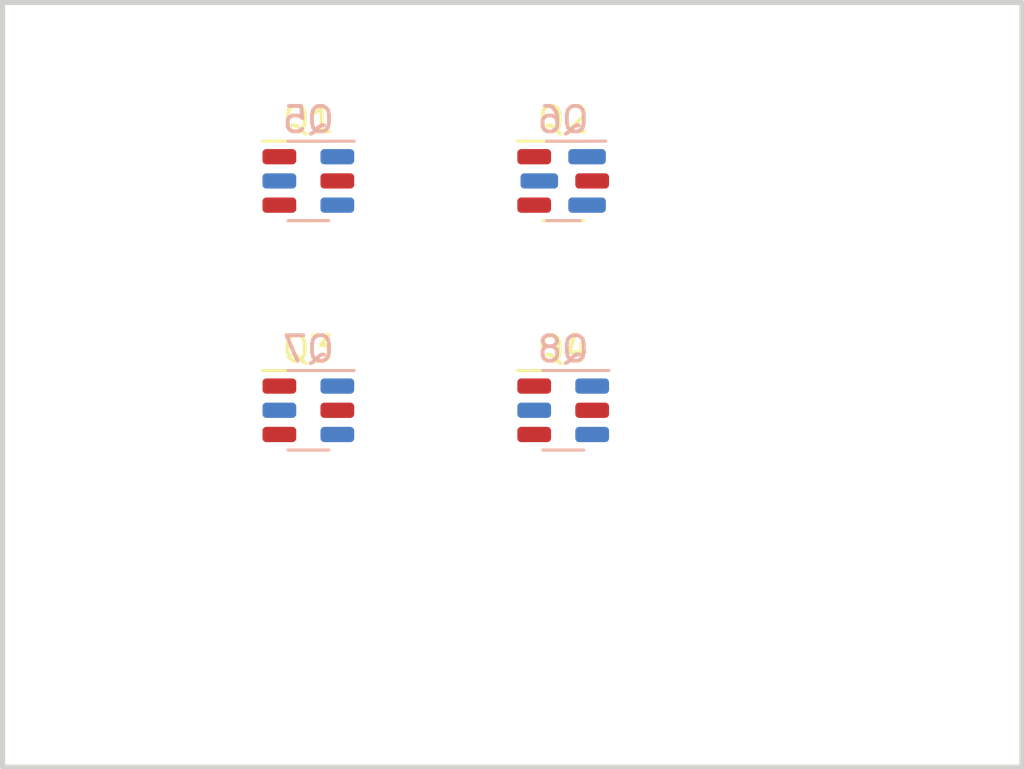
<source format=kicad_pcb>
(kicad_pcb (version 20221018) (generator pcbnew)
  (layers (0 "F.Cu" signal) (31 "B.Cu" signal) (34 "B.Paste" user) (35 "F.Paste" user) (36 "B.SilkS" user "B.Silkscreen") (37 "F.SilkS" user "F.Silkscreen") (38 "B.Mask" user) (39 "F.Mask" user) (44 "Edge.Cuts" user))
  (net 0 "")
  (footprint "Package_TO_SOT_SMD:SOT-23-3" (layer "F.Cu") (at 132 86)
    (fp_text reference "Q4" (at 0 -2.4) (layer "F.SilkS"))
    (fp_text value "Q_NPN_BCE")
    (fp_line (start 0 -1.56) (end -1.8 -1.56) (stroke (width 0.12)) (layer "F.SilkS"))
    (fp_line (start 0 -1.56) (end 0.8 -1.56) (stroke (width 0.12)) (layer "F.SilkS"))
    (fp_line (start 0 1.56) (end -0.8 1.56) (stroke (width 0.12)) (layer "F.SilkS"))
    (fp_line (start 0 1.56) (end 0.8 1.56) (stroke (width 0.12)) (layer "F.SilkS"))
    (pad "1" smd roundrect (at -1.1375 -0.95) (size 1.325 0.6) (layers "F.Cu" "F.Paste" "F.Mask"))
    (pad "2" smd roundrect (at -1.1375 0.95) (size 1.325 0.6) (layers "F.Cu" "F.Paste" "F.Mask"))
    (pad "3" smd roundrect (at 1.1375 0) (size 1.325 0.6) (layers "F.Cu" "F.Paste" "F.Mask"))
  )
  (footprint "Package_TO_SOT_SMD:SOT-23-3" (layer "F.Cu") (at 122 77)
    (fp_text reference "Q1" (at 0 -2.4) (layer "F.SilkS"))
    (fp_text value "Q_NPN_BCE")
    (fp_line (start 0 -1.56) (end -1.8 -1.56) (stroke (width 0.12)) (layer "F.SilkS"))
    (fp_line (start 0 -1.56) (end 0.8 -1.56) (stroke (width 0.12)) (layer "F.SilkS"))
    (fp_line (start 0 1.56) (end -0.8 1.56) (stroke (width 0.12)) (layer "F.SilkS"))
    (fp_line (start 0 1.56) (end 0.8 1.56) (stroke (width 0.12)) (layer "F.SilkS"))
    (pad "1" smd roundrect (at -1.1375 -0.95) (size 1.325 0.6) (layers "F.Cu" "F.Paste" "F.Mask"))
    (pad "2" smd roundrect (at -1.1375 0.95) (size 1.325 0.6) (layers "F.Cu" "F.Paste" "F.Mask"))
    (pad "3" smd roundrect (at 1.1375 0) (size 1.325 0.6) (layers "F.Cu" "F.Paste" "F.Mask"))
  )
  (footprint "Package_TO_SOT_SMD:SOT-23-3" (layer "F.Cu") (at 132 77)
    (fp_text reference "Q2" (at 0 -2.4) (layer "F.SilkS"))
    (fp_text value "Q_NPN_BCE")
    (fp_line (start 0 -1.56) (end -1.8 -1.56) (stroke (width 0.12)) (layer "F.SilkS"))
    (fp_line (start 0 -1.56) (end 0.8 -1.56) (stroke (width 0.12)) (layer "F.SilkS"))
    (fp_line (start 0 1.56) (end -0.8 1.56) (stroke (width 0.12)) (layer "F.SilkS"))
    (fp_line (start 0 1.56) (end 0.8 1.56) (stroke (width 0.12)) (layer "F.SilkS"))
    (pad "1" smd roundrect (at -1.1375 -0.95) (size 1.325 0.6) (layers "F.Cu" "F.Paste" "F.Mask"))
    (pad "2" smd roundrect (at -1.1375 0.95) (size 1.325 0.6) (layers "F.Cu" "F.Paste" "F.Mask"))
    (pad "3" smd roundrect (at 1.1375 0) (size 1.325 0.6) (layers "F.Cu" "F.Paste" "F.Mask"))
  )
  (footprint "Package_TO_SOT_SMD:SOT-23-3" (layer "F.Cu") (at 122 86)
    (fp_text reference "Q3" (at 0 -2.4) (layer "F.SilkS"))
    (fp_text value "Q_NPN_BCE")
    (fp_line (start 0 -1.56) (end -1.8 -1.56) (stroke (width 0.12)) (layer "F.SilkS"))
    (fp_line (start 0 -1.56) (end 0.8 -1.56) (stroke (width 0.12)) (layer "F.SilkS"))
    (fp_line (start 0 1.56) (end -0.8 1.56) (stroke (width 0.12)) (layer "F.SilkS"))
    (fp_line (start 0 1.56) (end 0.8 1.56) (stroke (width 0.12)) (layer "F.SilkS"))
    (pad "1" smd roundrect (at -1.1375 -0.95) (size 1.325 0.6) (layers "F.Cu" "F.Paste" "F.Mask"))
    (pad "2" smd roundrect (at -1.1375 0.95) (size 1.325 0.6) (layers "F.Cu" "F.Paste" "F.Mask"))
    (pad "3" smd roundrect (at 1.1375 0) (size 1.325 0.6) (layers "F.Cu" "F.Paste" "F.Mask"))
  )
  (footprint "Package_TO_SOT_SMD:SOT-23-3" (layer "B.Cu") (at 132 86 180)
    (fp_text reference "Q8" (at 0 2.4) (layer "B.SilkS") (effects (justify mirror)))
    (fp_text value "Q_NPN_BCE")
    (fp_line (start 0 -1.56) (end -0.8 -1.56) (stroke (width 0.12)) (layer "B.SilkS"))
    (fp_line (start 0 -1.56) (end 0.8 -1.56) (stroke (width 0.12)) (layer "B.SilkS"))
    (fp_line (start 0 1.56) (end -1.8 1.56) (stroke (width 0.12)) (layer "B.SilkS"))
    (fp_line (start 0 1.56) (end 0.8 1.56) (stroke (width 0.12)) (layer "B.SilkS"))
    (pad "1" smd roundrect (at -1.1375 0.95 180) (size 1.325 0.6) (layers "B.Cu" "B.Paste" "B.Mask"))
    (pad "2" smd roundrect (at -1.1375 -0.95 180) (size 1.325 0.6) (layers "B.Cu" "B.Paste" "B.Mask"))
    (pad "3" smd roundrect (at 1.1375 0 180) (size 1.325 0.6) (layers "B.Cu" "B.Paste" "B.Mask"))
  )
  (footprint "Package_TO_SOT_SMD:SOT-23-3" (layer "B.Cu") (at 122 86 180)
    (fp_text reference "Q7" (at 0 2.4) (layer "B.SilkS") (effects (justify mirror)))
    (fp_text value "Q_NPN_BCE")
    (fp_line (start 0 -1.56) (end -0.8 -1.56) (stroke (width 0.12)) (layer "B.SilkS"))
    (fp_line (start 0 -1.56) (end 0.8 -1.56) (stroke (width 0.12)) (layer "B.SilkS"))
    (fp_line (start 0 1.56) (end -1.8 1.56) (stroke (width 0.12)) (layer "B.SilkS"))
    (fp_line (start 0 1.56) (end 0.8 1.56) (stroke (width 0.12)) (layer "B.SilkS"))
    (pad "1" smd roundrect (at -1.1375 0.95 180) (size 1.325 0.6) (layers "B.Cu" "B.Paste" "B.Mask"))
    (pad "2" smd roundrect (at -1.1375 -0.95 180) (size 1.325 0.6) (layers "B.Cu" "B.Paste" "B.Mask"))
    (pad "3" smd roundrect (at 1.1375 0 180) (size 1.325 0.6) (layers "B.Cu" "B.Paste" "B.Mask"))
  )
  (footprint "Package_TO_SOT_SMD:SOT-23-3" (layer "B.Cu") (at 122 77 180)
    (fp_text reference "Q5" (at 0 2.4) (layer "B.SilkS") (effects (justify mirror)))
    (fp_text value "Q_NPN_BCE")
    (fp_line (start 0 -1.56) (end -0.8 -1.56) (stroke (width 0.12)) (layer "B.SilkS"))
    (fp_line (start 0 -1.56) (end 0.8 -1.56) (stroke (width 0.12)) (layer "B.SilkS"))
    (fp_line (start 0 1.56) (end -1.8 1.56) (stroke (width 0.12)) (layer "B.SilkS"))
    (fp_line (start 0 1.56) (end 0.8 1.56) (stroke (width 0.12)) (layer "B.SilkS"))
    (pad "1" smd roundrect (at -1.1375 0.95 180) (size 1.325 0.6) (layers "B.Cu" "B.Paste" "B.Mask"))
    (pad "2" smd roundrect (at -1.1375 -0.95 180) (size 1.325 0.6) (layers "B.Cu" "B.Paste" "B.Mask"))
    (pad "3" smd roundrect (at 1.1375 0 180) (size 1.325 0.6) (layers "B.Cu" "B.Paste" "B.Mask"))
  )
  (footprint "Package_TO_SOT_SMD:SOT-23" (layer "B.Cu") (at 132 77 180)
    (fp_text reference "Q6" (at 0 2.4) (layer "B.SilkS") (effects (justify mirror)))
    (fp_text value "Q_NPN_BCE")
    (fp_line (start 0 -1.56) (end -0.65 -1.56) (stroke (width 0.12)) (layer "B.SilkS"))
    (fp_line (start 0 -1.56) (end 0.65 -1.56) (stroke (width 0.12)) (layer "B.SilkS"))
    (fp_line (start 0 1.56) (end -1.675 1.56) (stroke (width 0.12)) (layer "B.SilkS"))
    (fp_line (start 0 1.56) (end 0.65 1.56) (stroke (width 0.12)) (layer "B.SilkS"))
    (pad "1" smd roundrect (at -0.9375 0.95 180) (size 1.475 0.6) (layers "B.Cu" "B.Paste" "B.Mask"))
    (pad "2" smd roundrect (at -0.9375 -0.95 180) (size 1.475 0.6) (layers "B.Cu" "B.Paste" "B.Mask"))
    (pad "3" smd roundrect (at 0.9375 0 180) (size 1.475 0.6) (layers "B.Cu" "B.Paste" "B.Mask"))
  )
  (gr_rect (start 110 70) (end 150 100) (stroke (width 0.2)) (fill none) (layer "Edge.Cuts"))
)
</source>
